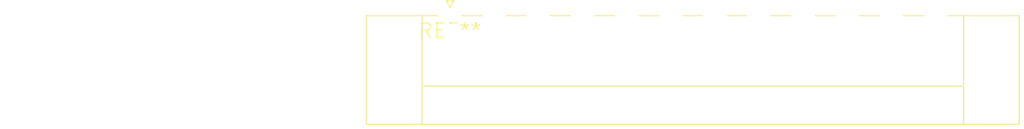
<source format=kicad_pcb>
(kicad_pcb (version 20240108) (generator pcbnew)
  (layers (0 "F.Cu" signal) (31 "B.Cu" signal) (34 "B.Paste" user) (35 "F.Paste" user) (36 "B.SilkS" user "B.Silkscreen") (37 "F.SilkS" user "F.Silkscreen") (38 "B.Mask" user) (39 "F.Mask" user) (44 "Edge.Cuts" user))
  (net 0 "")
  (footprint "PhoenixContact_MC_1,5_12-GF-3.81_1x12_P3.81mm_Horizontal_ThreadedFlange" (layer "F.Cu") (at 0 0)
    (property "Reference" "REF**")
    (property "Value" "PhoenixContact_MC_1,5_12-GF-3.81_1x12_P3.81mm_Horizontal_ThreadedFlange")
    (fp_line (start -7.21 -1.31) (end -7.21 8.11) (layer "F.SilkS") (stroke (width 0.12)))
    (fp_line (start -7.21 -1.31) (end -1.05 -1.31) (layer "F.SilkS") (stroke (width 0.12)))
    (fp_line (start -7.21 8.11) (end 49.12 8.11) (layer "F.SilkS") (stroke (width 0.12)))
    (fp_line (start -2.41 -1.31) (end -2.41 8.11) (layer "F.SilkS") (stroke (width 0.12)))
    (fp_line (start -2.41 4.8) (end 44.32 4.8) (layer "F.SilkS") (stroke (width 0.12)))
    (fp_line (start -0.3 -2.6) (end 0.3 -2.6) (layer "F.SilkS") (stroke (width 0.12)))
    (fp_line (start 0 -2) (end -0.3 -2.6) (layer "F.SilkS") (stroke (width 0.12)))
    (fp_line (start 0.3 -2.6) (end 0 -2) (layer "F.SilkS") (stroke (width 0.12)))
    (fp_line (start 1.05 -1.31) (end 2.76 -1.31) (layer "F.SilkS") (stroke (width 0.12)))
    (fp_line (start 4.86 -1.31) (end 6.57 -1.31) (layer "F.SilkS") (stroke (width 0.12)))
    (fp_line (start 8.67 -1.31) (end 10.38 -1.31) (layer "F.SilkS") (stroke (width 0.12)))
    (fp_line (start 12.48 -1.31) (end 14.19 -1.31) (layer "F.SilkS") (stroke (width 0.12)))
    (fp_line (start 16.29 -1.31) (end 18 -1.31) (layer "F.SilkS") (stroke (width 0.12)))
    (fp_line (start 20.1 -1.31) (end 21.81 -1.31) (layer "F.SilkS") (stroke (width 0.12)))
    (fp_line (start 23.91 -1.31) (end 25.62 -1.31) (layer "F.SilkS") (stroke (width 0.12)))
    (fp_line (start 27.72 -1.31) (end 29.43 -1.31) (layer "F.SilkS") (stroke (width 0.12)))
    (fp_line (start 31.53 -1.31) (end 33.24 -1.31) (layer "F.SilkS") (stroke (width 0.12)))
    (fp_line (start 35.34 -1.31) (end 37.05 -1.31) (layer "F.SilkS") (stroke (width 0.12)))
    (fp_line (start 39.15 -1.31) (end 40.86 -1.31) (layer "F.SilkS") (stroke (width 0.12)))
    (fp_line (start 44.32 -1.31) (end 44.32 8.11) (layer "F.SilkS") (stroke (width 0.12)))
    (fp_line (start 49.12 -1.31) (end 42.96 -1.31) (layer "F.SilkS") (stroke (width 0.12)))
    (fp_line (start 49.12 8.11) (end 49.12 -1.31) (layer "F.SilkS") (stroke (width 0.12)))
    (pad "1" thru_hole roundrect (at 0 0) (size 1.8 3.6) (drill 1.2) (layers *.Cu *.Mask) (remove_unused_layers) (roundrect_rratio 0.138889))
    (pad "2" thru_hole oval (at 3.81 0) (size 1.8 3.6) (drill 1.2) (layers *.Cu *.Mask) (remove_unused_layers))
    (pad "3" thru_hole oval (at 7.62 0) (size 1.8 3.6) (drill 1.2) (layers *.Cu *.Mask) (remove_unused_layers))
    (pad "4" thru_hole oval (at 11.43 0) (size 1.8 3.6) (drill 1.2) (layers *.Cu *.Mask) (remove_unused_layers))
    (pad "5" thru_hole oval (at 15.24 0) (size 1.8 3.6) (drill 1.2) (layers *.Cu *.Mask) (remove_unused_layers))
    (pad "6" thru_hole oval (at 19.05 0) (size 1.8 3.6) (drill 1.2) (layers *.Cu *.Mask) (remove_unused_layers))
    (pad "7" thru_hole oval (at 22.86 0) (size 1.8 3.6) (drill 1.2) (layers *.Cu *.Mask) (remove_unused_layers))
    (pad "8" thru_hole oval (at 26.67 0) (size 1.8 3.6) (drill 1.2) (layers *.Cu *.Mask) (remove_unused_layers))
    (pad "9" thru_hole oval (at 30.48 0) (size 1.8 3.6) (drill 1.2) (layers *.Cu *.Mask) (remove_unused_layers))
    (pad "10" thru_hole oval (at 34.29 0) (size 1.8 3.6) (drill 1.2) (layers *.Cu *.Mask) (remove_unused_layers))
    (pad "11" thru_hole oval (at 38.1 0) (size 1.8 3.6) (drill 1.2) (layers *.Cu *.Mask) (remove_unused_layers))
    (pad "12" thru_hole oval (at 41.91 0) (size 1.8 3.6) (drill 1.2) (layers *.Cu *.Mask) (remove_unused_layers))
  )
)
</source>
